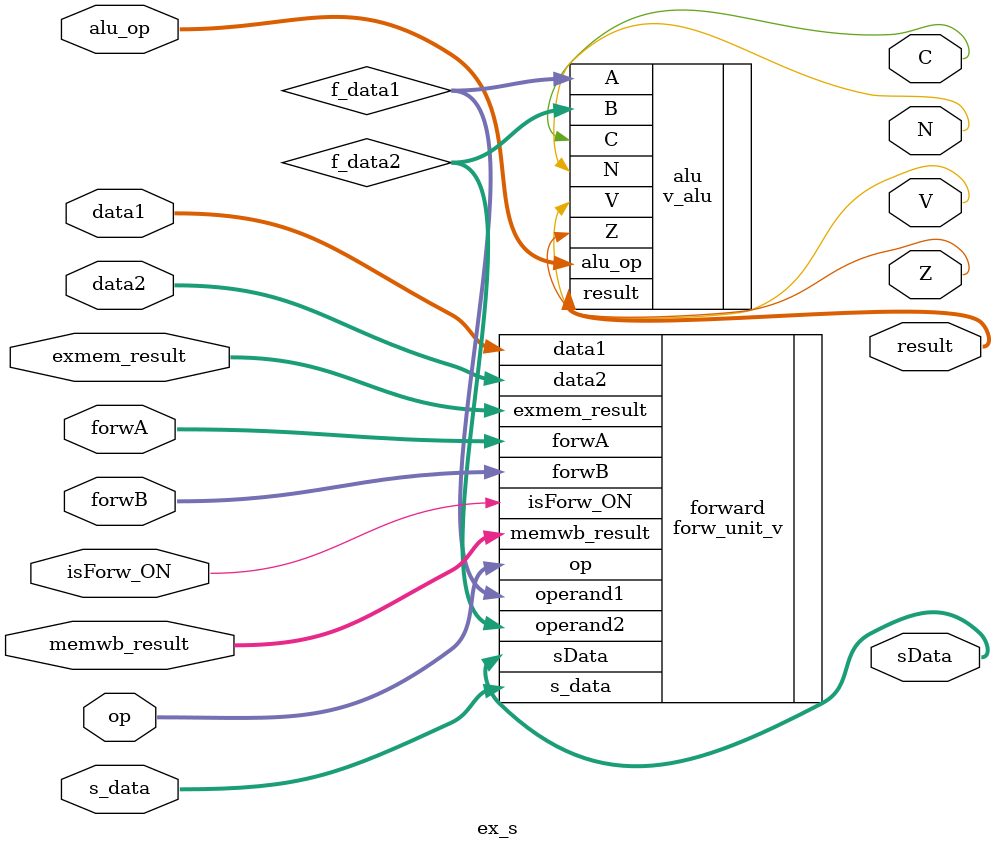
<source format=sv>
`timescale 1ns / 1ps

module ex_s( 
        input  logic [3:0]  alu_op,
        input  logic        isForw_ON,
        input  logic [6:0]  op,
        input  logic [31:0] exmem_result, memwb_result,
        input  logic [1:0]  forwA, forwB,
        input  logic [31:0] data1, data2, s_data,
        output logic [31:0] result, sData,
        output logic        Z,
        output logic        N,
        output logic        C,
        output logic        V
    );
    
    logic [31:0] f_data1, f_data2;
    
    forw_unit_v forward(
        .isForw_ON(isForw_ON),
        .op(op),
        .exmem_result(exmem_result), .memwb_result(memwb_result),
        .forwA(forwA), .forwB(forwB),
        .data1(data1), .data2(data2), .s_data(s_data),
        .operand1(f_data1), .operand2(f_data2), .sData(sData)
    );
    
    v_alu alu(
        .A(f_data1),
        .B(f_data2),
        .alu_op(alu_op),
        .result(result),
        .Z(Z),
        .N(N),
        .C(C),
        .V(V)
    );
    
endmodule

</source>
